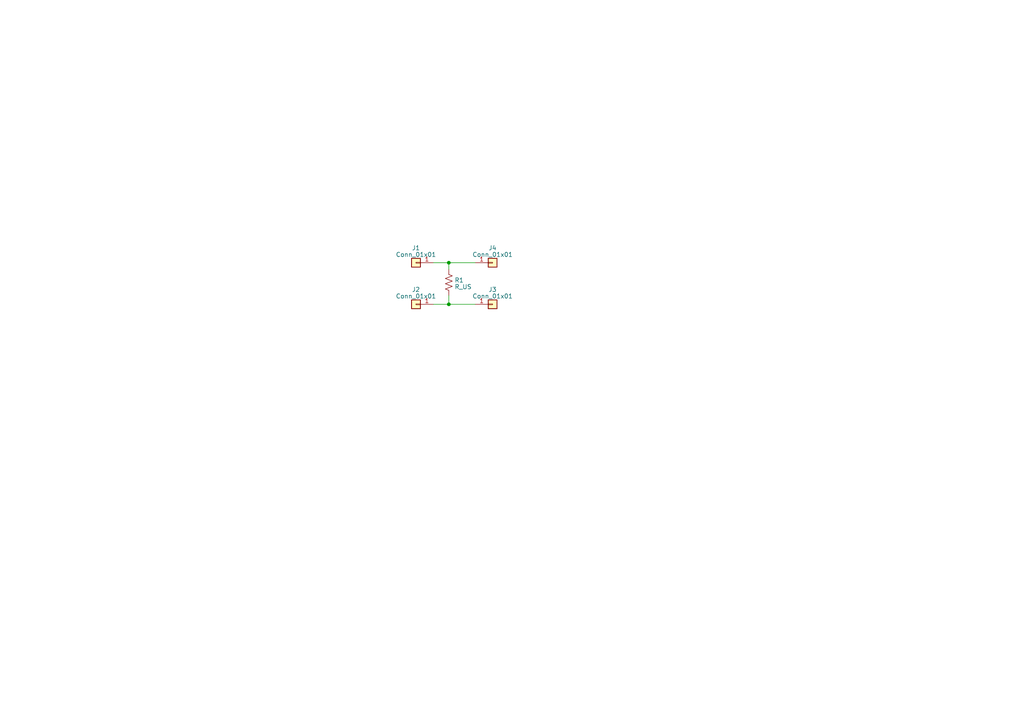
<source format=kicad_sch>
(kicad_sch (version 20231120) (generator "eeschema") (generator_version "8.0")
  (paper "A4")
  (lib_symbols
    (symbol "Connector_Generic:Conn_01x01" (pin_names (offset 1.016) hide)
      (property "Reference" "J" (at 0 2.54 0))
      (property "Value" "Conn_01x01" (at 0 -2.54 0))
      (symbol "Conn_01x01_1_1"
        (rectangle (start -1.27 0.127) (end 0 -0.127) (stroke (width 0.1524)))
        (rectangle (start -1.27 1.27) (end 1.27 -1.27) (stroke (width 0.254)) (fill (type background)))
        (pin passive line (at -5.08 0 0) (length 3.81) (name "Pin_1") (number "1"))
      )
    )
    (symbol "Device:R_US" (pin_numbers hide) (pin_names (offset 0))
      (property "Reference" "R" (at 2.54 0 90))
      (property "Value" "R_US" (at -2.54 0 90))
      (symbol "R_US_0_1"
        (polyline (pts (xy 0 -2.286) (xy 0 -2.54)))
        (polyline (pts (xy 0 2.286) (xy 0 2.54)))
        (polyline (pts (xy 0 -0.762) (xy 1.016 -1.143) (xy 0 -1.524) (xy -1.016 -1.905) (xy 0 -2.286)))
        (polyline (pts (xy 0 0.762) (xy 1.016 0.381) (xy 0 0) (xy -1.016 -0.381) (xy 0 -0.762)))
        (polyline (pts (xy 0 2.286) (xy 1.016 1.905) (xy 0 1.524) (xy -1.016 1.143) (xy 0 0.762)))
      )
      (symbol "R_US_1_1"
        (pin passive line (at 0 3.81 270) (length 1.27) (name "~") (number "1"))
        (pin passive line (at 0 -3.81 90) (length 1.27) (name "~") (number "2"))
      )
    )
  )
  (junction (at 130.175 88.265))
  (junction (at 130.175 76.2))
  (wire (pts (xy 130.175 88.265) (xy 137.795 88.265)))
  (wire (pts (xy 130.175 76.2) (xy 137.795 76.2)))
  (wire (pts (xy 125.73 88.265) (xy 130.175 88.265)))
  (wire (pts (xy 130.175 88.265) (xy 130.175 85.725)))
  (wire (pts (xy 125.73 76.2) (xy 130.175 76.2)))
  (wire (pts (xy 130.175 76.2) (xy 130.175 78.105)))
  (symbol (lib_id "Connector_Generic:Conn_01x01") (at 120.65 76.2 180) (unit 1)
    (property "Reference" "J1" (at 120.65 71.9201 0))
    (property "Value" "Conn_01x01" (at 120.65 73.8411 0))
    (property "Footprint" "Connector_Wire:SolderWire-0.5sqmm_1x01_D0.9mm_OD2.1mm" (effects (hide yes)))
  )
  (symbol (lib_id "Device:R_US") (at 130.175 81.915 0) (unit 1)
    (property "Reference" "R1" (at 131.826 81.2713 0) (effects (justify left)))
    (property "Value" "R_US" (at 131.826 83.1923 0) (effects (justify left)))
    (property "Footprint" "Resistor_SMD:R_0805_2012Metric" (effects (hide yes)))
  )
  (symbol (lib_id "Connector_Generic:Conn_01x01") (at 142.875 88.265 0) (mirror x) (unit 1)
    (property "Reference" "J3" (at 142.875 83.9851 0))
    (property "Value" "Conn_01x01" (at 142.875 85.9061 0))
    (property "Footprint" "Connector_Wire:SolderWire-0.5sqmm_1x01_D0.9mm_OD2.1mm" (effects (hide yes)))
  )
  (symbol (lib_id "Connector_Generic:Conn_01x01") (at 120.65 88.265 180) (unit 1)
    (property "Reference" "J2" (at 120.65 83.9851 0))
    (property "Value" "Conn_01x01" (at 120.65 85.9061 0))
    (property "Footprint" "Connector_Wire:SolderWire-0.5sqmm_1x01_D0.9mm_OD2.1mm" (effects (hide yes)))
  )
  (symbol (lib_id "Connector_Generic:Conn_01x01") (at 142.875 76.2 0) (mirror x) (unit 1)
    (property "Reference" "J4" (at 142.875 71.9201 0))
    (property "Value" "Conn_01x01" (at 142.875 73.8411 0))
    (property "Footprint" "Connector_Wire:SolderWire-0.5sqmm_1x01_D0.9mm_OD2.1mm" (effects (hide yes)))
  )
)
</source>
